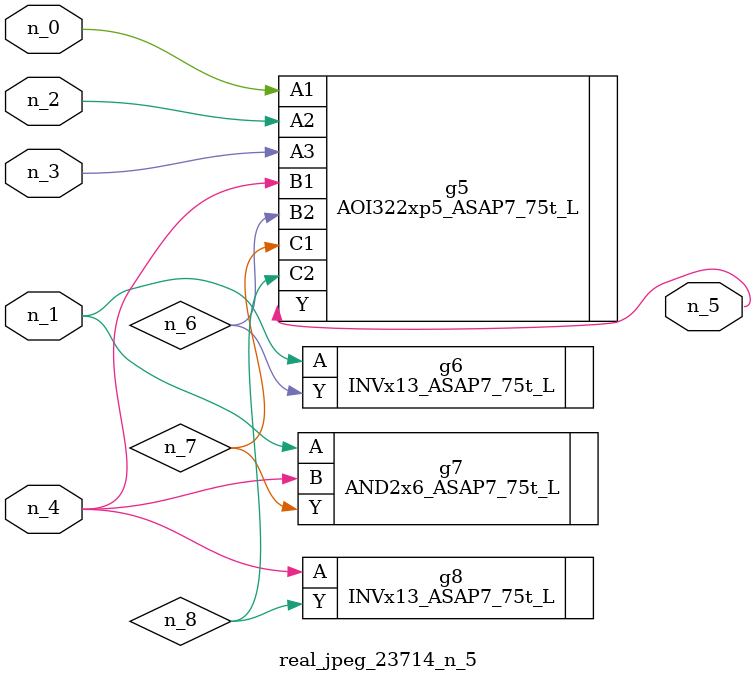
<source format=v>
module real_jpeg_23714_n_5 (n_4, n_0, n_1, n_2, n_3, n_5);

input n_4;
input n_0;
input n_1;
input n_2;
input n_3;

output n_5;

wire n_8;
wire n_6;
wire n_7;

AOI322xp5_ASAP7_75t_L g5 ( 
.A1(n_0),
.A2(n_2),
.A3(n_3),
.B1(n_4),
.B2(n_6),
.C1(n_7),
.C2(n_8),
.Y(n_5)
);

INVx13_ASAP7_75t_L g6 ( 
.A(n_1),
.Y(n_6)
);

AND2x6_ASAP7_75t_L g7 ( 
.A(n_1),
.B(n_4),
.Y(n_7)
);

INVx13_ASAP7_75t_L g8 ( 
.A(n_4),
.Y(n_8)
);


endmodule
</source>
